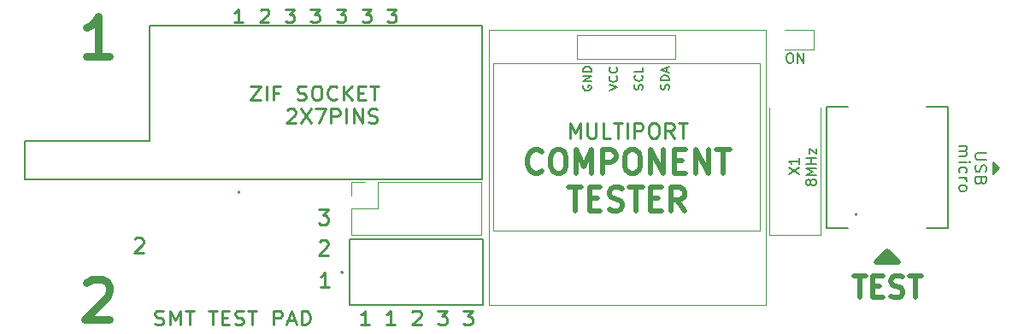
<source format=gbr>
%TF.GenerationSoftware,KiCad,Pcbnew,7.0.2*%
%TF.CreationDate,2024-05-08T22:38:03+07:00*%
%TF.ProjectId,multiport component tester,6d756c74-6970-46f7-9274-20636f6d706f,rev?*%
%TF.SameCoordinates,Original*%
%TF.FileFunction,Legend,Top*%
%TF.FilePolarity,Positive*%
%FSLAX46Y46*%
G04 Gerber Fmt 4.6, Leading zero omitted, Abs format (unit mm)*
G04 Created by KiCad (PCBNEW 7.0.2) date 2024-05-08 22:38:03*
%MOMM*%
%LPD*%
G01*
G04 APERTURE LIST*
%ADD10C,0.500000*%
%ADD11C,0.200000*%
%ADD12C,0.150000*%
%ADD13C,0.250000*%
%ADD14C,0.800000*%
%ADD15C,0.170000*%
%ADD16C,0.120000*%
%ADD17C,0.127000*%
G04 APERTURE END LIST*
D10*
X147930000Y-102840000D02*
X149040000Y-101730000D01*
D11*
X159500000Y-94100000D02*
X159500000Y-92900000D01*
X160100000Y-93500000D02*
X159500000Y-94100000D01*
X159900000Y-93300000D02*
X159900000Y-93700000D01*
D12*
X148220000Y-102580000D02*
X149830000Y-102580000D01*
X148940000Y-101840000D02*
X149100000Y-101840000D01*
D11*
X159700000Y-93100000D02*
X159700000Y-93900000D01*
D12*
X148610000Y-102190000D02*
X149450000Y-102190000D01*
D11*
X159500000Y-92900000D02*
X160100000Y-93500000D01*
X159700000Y-93900000D02*
X159700000Y-93200000D01*
D10*
X147930000Y-102840000D02*
X150150000Y-102840000D01*
D12*
X148470000Y-102310000D02*
X149595000Y-102310000D01*
X148070000Y-102720000D02*
X149950000Y-102720000D01*
X148740000Y-102050000D02*
X149330000Y-102050000D01*
X148340000Y-102440000D02*
X149710000Y-102440000D01*
X149950000Y-102720000D02*
X148230000Y-102720000D01*
X148850000Y-101930000D02*
X149240000Y-101930000D01*
D10*
X150150000Y-102840000D02*
X149040000Y-101730000D01*
D13*
X99500000Y-77740904D02*
X100366666Y-77740904D01*
X100366666Y-77740904D02*
X99900000Y-78236142D01*
X99900000Y-78236142D02*
X100100000Y-78236142D01*
X100100000Y-78236142D02*
X100233333Y-78298047D01*
X100233333Y-78298047D02*
X100300000Y-78359952D01*
X100300000Y-78359952D02*
X100366666Y-78483761D01*
X100366666Y-78483761D02*
X100366666Y-78793285D01*
X100366666Y-78793285D02*
X100300000Y-78917095D01*
X100300000Y-78917095D02*
X100233333Y-78979000D01*
X100233333Y-78979000D02*
X100100000Y-79040904D01*
X100100000Y-79040904D02*
X99700000Y-79040904D01*
X99700000Y-79040904D02*
X99566666Y-78979000D01*
X99566666Y-78979000D02*
X99500000Y-78917095D01*
D14*
X72007619Y-82430476D02*
X69721904Y-82430476D01*
X70864761Y-82430476D02*
X70864761Y-78430476D01*
X70864761Y-78430476D02*
X70483809Y-79001904D01*
X70483809Y-79001904D02*
X70102857Y-79382857D01*
X70102857Y-79382857D02*
X69721904Y-79573333D01*
D15*
X158834619Y-91985714D02*
X157944142Y-91985714D01*
X157944142Y-91985714D02*
X157839380Y-92042857D01*
X157839380Y-92042857D02*
X157787000Y-92100000D01*
X157787000Y-92100000D02*
X157734619Y-92214285D01*
X157734619Y-92214285D02*
X157734619Y-92442857D01*
X157734619Y-92442857D02*
X157787000Y-92557142D01*
X157787000Y-92557142D02*
X157839380Y-92614285D01*
X157839380Y-92614285D02*
X157944142Y-92671428D01*
X157944142Y-92671428D02*
X158834619Y-92671428D01*
X157787000Y-93185714D02*
X157734619Y-93357143D01*
X157734619Y-93357143D02*
X157734619Y-93642857D01*
X157734619Y-93642857D02*
X157787000Y-93757143D01*
X157787000Y-93757143D02*
X157839380Y-93814285D01*
X157839380Y-93814285D02*
X157944142Y-93871428D01*
X157944142Y-93871428D02*
X158048904Y-93871428D01*
X158048904Y-93871428D02*
X158153666Y-93814285D01*
X158153666Y-93814285D02*
X158206047Y-93757143D01*
X158206047Y-93757143D02*
X158258428Y-93642857D01*
X158258428Y-93642857D02*
X158310809Y-93414285D01*
X158310809Y-93414285D02*
X158363190Y-93300000D01*
X158363190Y-93300000D02*
X158415571Y-93242857D01*
X158415571Y-93242857D02*
X158520333Y-93185714D01*
X158520333Y-93185714D02*
X158625095Y-93185714D01*
X158625095Y-93185714D02*
X158729857Y-93242857D01*
X158729857Y-93242857D02*
X158782238Y-93300000D01*
X158782238Y-93300000D02*
X158834619Y-93414285D01*
X158834619Y-93414285D02*
X158834619Y-93700000D01*
X158834619Y-93700000D02*
X158782238Y-93871428D01*
X158310809Y-94785714D02*
X158258428Y-94957142D01*
X158258428Y-94957142D02*
X158206047Y-95014285D01*
X158206047Y-95014285D02*
X158101285Y-95071428D01*
X158101285Y-95071428D02*
X157944142Y-95071428D01*
X157944142Y-95071428D02*
X157839380Y-95014285D01*
X157839380Y-95014285D02*
X157787000Y-94957142D01*
X157787000Y-94957142D02*
X157734619Y-94842857D01*
X157734619Y-94842857D02*
X157734619Y-94385714D01*
X157734619Y-94385714D02*
X158834619Y-94385714D01*
X158834619Y-94385714D02*
X158834619Y-94785714D01*
X158834619Y-94785714D02*
X158782238Y-94900000D01*
X158782238Y-94900000D02*
X158729857Y-94957142D01*
X158729857Y-94957142D02*
X158625095Y-95014285D01*
X158625095Y-95014285D02*
X158520333Y-95014285D01*
X158520333Y-95014285D02*
X158415571Y-94957142D01*
X158415571Y-94957142D02*
X158363190Y-94900000D01*
X158363190Y-94900000D02*
X158310809Y-94785714D01*
X158310809Y-94785714D02*
X158310809Y-94385714D01*
D13*
X86966666Y-77864714D02*
X87033333Y-77802809D01*
X87033333Y-77802809D02*
X87166666Y-77740904D01*
X87166666Y-77740904D02*
X87500000Y-77740904D01*
X87500000Y-77740904D02*
X87633333Y-77802809D01*
X87633333Y-77802809D02*
X87700000Y-77864714D01*
X87700000Y-77864714D02*
X87766666Y-77988523D01*
X87766666Y-77988523D02*
X87766666Y-78112333D01*
X87766666Y-78112333D02*
X87700000Y-78298047D01*
X87700000Y-78298047D02*
X86900000Y-79040904D01*
X86900000Y-79040904D02*
X87766666Y-79040904D01*
X89400000Y-77740904D02*
X90266666Y-77740904D01*
X90266666Y-77740904D02*
X89800000Y-78236142D01*
X89800000Y-78236142D02*
X90000000Y-78236142D01*
X90000000Y-78236142D02*
X90133333Y-78298047D01*
X90133333Y-78298047D02*
X90200000Y-78359952D01*
X90200000Y-78359952D02*
X90266666Y-78483761D01*
X90266666Y-78483761D02*
X90266666Y-78793285D01*
X90266666Y-78793285D02*
X90200000Y-78917095D01*
X90200000Y-78917095D02*
X90133333Y-78979000D01*
X90133333Y-78979000D02*
X90000000Y-79040904D01*
X90000000Y-79040904D02*
X89600000Y-79040904D01*
X89600000Y-79040904D02*
X89466666Y-78979000D01*
X89466666Y-78979000D02*
X89400000Y-78917095D01*
X107014285Y-107628666D02*
X107942857Y-107628666D01*
X107942857Y-107628666D02*
X107442857Y-108162000D01*
X107442857Y-108162000D02*
X107657142Y-108162000D01*
X107657142Y-108162000D02*
X107800000Y-108228666D01*
X107800000Y-108228666D02*
X107871428Y-108295333D01*
X107871428Y-108295333D02*
X107942857Y-108428666D01*
X107942857Y-108428666D02*
X107942857Y-108762000D01*
X107942857Y-108762000D02*
X107871428Y-108895333D01*
X107871428Y-108895333D02*
X107800000Y-108962000D01*
X107800000Y-108962000D02*
X107657142Y-109028666D01*
X107657142Y-109028666D02*
X107228571Y-109028666D01*
X107228571Y-109028666D02*
X107085714Y-108962000D01*
X107085714Y-108962000D02*
X107014285Y-108895333D01*
X74485714Y-100559285D02*
X74557142Y-100487857D01*
X74557142Y-100487857D02*
X74700000Y-100416428D01*
X74700000Y-100416428D02*
X75057142Y-100416428D01*
X75057142Y-100416428D02*
X75200000Y-100487857D01*
X75200000Y-100487857D02*
X75271428Y-100559285D01*
X75271428Y-100559285D02*
X75342857Y-100702142D01*
X75342857Y-100702142D02*
X75342857Y-100845000D01*
X75342857Y-100845000D02*
X75271428Y-101059285D01*
X75271428Y-101059285D02*
X74414285Y-101916428D01*
X74414285Y-101916428D02*
X75342857Y-101916428D01*
X85942857Y-85360666D02*
X86942857Y-85360666D01*
X86942857Y-85360666D02*
X85942857Y-86760666D01*
X85942857Y-86760666D02*
X86942857Y-86760666D01*
X87514285Y-86760666D02*
X87514285Y-85360666D01*
X88728571Y-86027333D02*
X88228571Y-86027333D01*
X88228571Y-86760666D02*
X88228571Y-85360666D01*
X88228571Y-85360666D02*
X88942857Y-85360666D01*
X90585714Y-86694000D02*
X90800000Y-86760666D01*
X90800000Y-86760666D02*
X91157142Y-86760666D01*
X91157142Y-86760666D02*
X91300000Y-86694000D01*
X91300000Y-86694000D02*
X91371428Y-86627333D01*
X91371428Y-86627333D02*
X91442857Y-86494000D01*
X91442857Y-86494000D02*
X91442857Y-86360666D01*
X91442857Y-86360666D02*
X91371428Y-86227333D01*
X91371428Y-86227333D02*
X91300000Y-86160666D01*
X91300000Y-86160666D02*
X91157142Y-86094000D01*
X91157142Y-86094000D02*
X90871428Y-86027333D01*
X90871428Y-86027333D02*
X90728571Y-85960666D01*
X90728571Y-85960666D02*
X90657142Y-85894000D01*
X90657142Y-85894000D02*
X90585714Y-85760666D01*
X90585714Y-85760666D02*
X90585714Y-85627333D01*
X90585714Y-85627333D02*
X90657142Y-85494000D01*
X90657142Y-85494000D02*
X90728571Y-85427333D01*
X90728571Y-85427333D02*
X90871428Y-85360666D01*
X90871428Y-85360666D02*
X91228571Y-85360666D01*
X91228571Y-85360666D02*
X91442857Y-85427333D01*
X92371428Y-85360666D02*
X92657142Y-85360666D01*
X92657142Y-85360666D02*
X92799999Y-85427333D01*
X92799999Y-85427333D02*
X92942856Y-85560666D01*
X92942856Y-85560666D02*
X93014285Y-85827333D01*
X93014285Y-85827333D02*
X93014285Y-86294000D01*
X93014285Y-86294000D02*
X92942856Y-86560666D01*
X92942856Y-86560666D02*
X92799999Y-86694000D01*
X92799999Y-86694000D02*
X92657142Y-86760666D01*
X92657142Y-86760666D02*
X92371428Y-86760666D01*
X92371428Y-86760666D02*
X92228571Y-86694000D01*
X92228571Y-86694000D02*
X92085713Y-86560666D01*
X92085713Y-86560666D02*
X92014285Y-86294000D01*
X92014285Y-86294000D02*
X92014285Y-85827333D01*
X92014285Y-85827333D02*
X92085713Y-85560666D01*
X92085713Y-85560666D02*
X92228571Y-85427333D01*
X92228571Y-85427333D02*
X92371428Y-85360666D01*
X94514285Y-86627333D02*
X94442857Y-86694000D01*
X94442857Y-86694000D02*
X94228571Y-86760666D01*
X94228571Y-86760666D02*
X94085714Y-86760666D01*
X94085714Y-86760666D02*
X93871428Y-86694000D01*
X93871428Y-86694000D02*
X93728571Y-86560666D01*
X93728571Y-86560666D02*
X93657142Y-86427333D01*
X93657142Y-86427333D02*
X93585714Y-86160666D01*
X93585714Y-86160666D02*
X93585714Y-85960666D01*
X93585714Y-85960666D02*
X93657142Y-85694000D01*
X93657142Y-85694000D02*
X93728571Y-85560666D01*
X93728571Y-85560666D02*
X93871428Y-85427333D01*
X93871428Y-85427333D02*
X94085714Y-85360666D01*
X94085714Y-85360666D02*
X94228571Y-85360666D01*
X94228571Y-85360666D02*
X94442857Y-85427333D01*
X94442857Y-85427333D02*
X94514285Y-85494000D01*
X95157142Y-86760666D02*
X95157142Y-85360666D01*
X96014285Y-86760666D02*
X95371428Y-85960666D01*
X96014285Y-85360666D02*
X95157142Y-86160666D01*
X96657142Y-86027333D02*
X97157142Y-86027333D01*
X97371428Y-86760666D02*
X96657142Y-86760666D01*
X96657142Y-86760666D02*
X96657142Y-85360666D01*
X96657142Y-85360666D02*
X97371428Y-85360666D01*
X97800000Y-85360666D02*
X98657143Y-85360666D01*
X98228571Y-86760666D02*
X98228571Y-85360666D01*
X89585715Y-87762000D02*
X89657143Y-87695333D01*
X89657143Y-87695333D02*
X89800001Y-87628666D01*
X89800001Y-87628666D02*
X90157143Y-87628666D01*
X90157143Y-87628666D02*
X90300001Y-87695333D01*
X90300001Y-87695333D02*
X90371429Y-87762000D01*
X90371429Y-87762000D02*
X90442858Y-87895333D01*
X90442858Y-87895333D02*
X90442858Y-88028666D01*
X90442858Y-88028666D02*
X90371429Y-88228666D01*
X90371429Y-88228666D02*
X89514286Y-89028666D01*
X89514286Y-89028666D02*
X90442858Y-89028666D01*
X90942857Y-87628666D02*
X91942857Y-89028666D01*
X91942857Y-87628666D02*
X90942857Y-89028666D01*
X92371428Y-87628666D02*
X93371428Y-87628666D01*
X93371428Y-87628666D02*
X92728571Y-89028666D01*
X93942856Y-89028666D02*
X93942856Y-87628666D01*
X93942856Y-87628666D02*
X94514285Y-87628666D01*
X94514285Y-87628666D02*
X94657142Y-87695333D01*
X94657142Y-87695333D02*
X94728571Y-87762000D01*
X94728571Y-87762000D02*
X94799999Y-87895333D01*
X94799999Y-87895333D02*
X94799999Y-88095333D01*
X94799999Y-88095333D02*
X94728571Y-88228666D01*
X94728571Y-88228666D02*
X94657142Y-88295333D01*
X94657142Y-88295333D02*
X94514285Y-88362000D01*
X94514285Y-88362000D02*
X93942856Y-88362000D01*
X95442856Y-89028666D02*
X95442856Y-87628666D01*
X96157142Y-89028666D02*
X96157142Y-87628666D01*
X96157142Y-87628666D02*
X97014285Y-89028666D01*
X97014285Y-89028666D02*
X97014285Y-87628666D01*
X97657143Y-88962000D02*
X97871429Y-89028666D01*
X97871429Y-89028666D02*
X98228571Y-89028666D01*
X98228571Y-89028666D02*
X98371429Y-88962000D01*
X98371429Y-88962000D02*
X98442857Y-88895333D01*
X98442857Y-88895333D02*
X98514286Y-88762000D01*
X98514286Y-88762000D02*
X98514286Y-88628666D01*
X98514286Y-88628666D02*
X98442857Y-88495333D01*
X98442857Y-88495333D02*
X98371429Y-88428666D01*
X98371429Y-88428666D02*
X98228571Y-88362000D01*
X98228571Y-88362000D02*
X97942857Y-88295333D01*
X97942857Y-88295333D02*
X97800000Y-88228666D01*
X97800000Y-88228666D02*
X97728571Y-88162000D01*
X97728571Y-88162000D02*
X97657143Y-88028666D01*
X97657143Y-88028666D02*
X97657143Y-87895333D01*
X97657143Y-87895333D02*
X97728571Y-87762000D01*
X97728571Y-87762000D02*
X97800000Y-87695333D01*
X97800000Y-87695333D02*
X97942857Y-87628666D01*
X97942857Y-87628666D02*
X98300000Y-87628666D01*
X98300000Y-87628666D02*
X98514286Y-87695333D01*
D14*
X69721904Y-104891428D02*
X69912380Y-104700952D01*
X69912380Y-104700952D02*
X70293333Y-104510476D01*
X70293333Y-104510476D02*
X71245714Y-104510476D01*
X71245714Y-104510476D02*
X71626666Y-104700952D01*
X71626666Y-104700952D02*
X71817142Y-104891428D01*
X71817142Y-104891428D02*
X72007619Y-105272380D01*
X72007619Y-105272380D02*
X72007619Y-105653333D01*
X72007619Y-105653333D02*
X71817142Y-106224761D01*
X71817142Y-106224761D02*
X69531428Y-108510476D01*
X69531428Y-108510476D02*
X72007619Y-108510476D01*
D13*
X93742857Y-105316428D02*
X92885714Y-105316428D01*
X93314285Y-105316428D02*
X93314285Y-103816428D01*
X93314285Y-103816428D02*
X93171428Y-104030714D01*
X93171428Y-104030714D02*
X93028571Y-104173571D01*
X93028571Y-104173571D02*
X92885714Y-104245000D01*
X97742857Y-109028666D02*
X96885714Y-109028666D01*
X97314285Y-109028666D02*
X97314285Y-107628666D01*
X97314285Y-107628666D02*
X97171428Y-107828666D01*
X97171428Y-107828666D02*
X97028571Y-107962000D01*
X97028571Y-107962000D02*
X96885714Y-108028666D01*
X101985714Y-107762000D02*
X102057142Y-107695333D01*
X102057142Y-107695333D02*
X102200000Y-107628666D01*
X102200000Y-107628666D02*
X102557142Y-107628666D01*
X102557142Y-107628666D02*
X102700000Y-107695333D01*
X102700000Y-107695333D02*
X102771428Y-107762000D01*
X102771428Y-107762000D02*
X102842857Y-107895333D01*
X102842857Y-107895333D02*
X102842857Y-108028666D01*
X102842857Y-108028666D02*
X102771428Y-108228666D01*
X102771428Y-108228666D02*
X101914285Y-109028666D01*
X101914285Y-109028666D02*
X102842857Y-109028666D01*
X92785714Y-100759285D02*
X92857142Y-100687857D01*
X92857142Y-100687857D02*
X93000000Y-100616428D01*
X93000000Y-100616428D02*
X93357142Y-100616428D01*
X93357142Y-100616428D02*
X93500000Y-100687857D01*
X93500000Y-100687857D02*
X93571428Y-100759285D01*
X93571428Y-100759285D02*
X93642857Y-100902142D01*
X93642857Y-100902142D02*
X93642857Y-101045000D01*
X93642857Y-101045000D02*
X93571428Y-101259285D01*
X93571428Y-101259285D02*
X92714285Y-102116428D01*
X92714285Y-102116428D02*
X93642857Y-102116428D01*
D12*
X124764000Y-85728571D02*
X124802095Y-85600000D01*
X124802095Y-85600000D02*
X124802095Y-85385714D01*
X124802095Y-85385714D02*
X124764000Y-85300000D01*
X124764000Y-85300000D02*
X124725904Y-85257142D01*
X124725904Y-85257142D02*
X124649714Y-85214285D01*
X124649714Y-85214285D02*
X124573523Y-85214285D01*
X124573523Y-85214285D02*
X124497333Y-85257142D01*
X124497333Y-85257142D02*
X124459238Y-85300000D01*
X124459238Y-85300000D02*
X124421142Y-85385714D01*
X124421142Y-85385714D02*
X124383047Y-85557142D01*
X124383047Y-85557142D02*
X124344952Y-85642857D01*
X124344952Y-85642857D02*
X124306857Y-85685714D01*
X124306857Y-85685714D02*
X124230666Y-85728571D01*
X124230666Y-85728571D02*
X124154476Y-85728571D01*
X124154476Y-85728571D02*
X124078285Y-85685714D01*
X124078285Y-85685714D02*
X124040190Y-85642857D01*
X124040190Y-85642857D02*
X124002095Y-85557142D01*
X124002095Y-85557142D02*
X124002095Y-85342857D01*
X124002095Y-85342857D02*
X124040190Y-85214285D01*
X124725904Y-84314285D02*
X124764000Y-84357142D01*
X124764000Y-84357142D02*
X124802095Y-84485714D01*
X124802095Y-84485714D02*
X124802095Y-84571428D01*
X124802095Y-84571428D02*
X124764000Y-84699999D01*
X124764000Y-84699999D02*
X124687809Y-84785714D01*
X124687809Y-84785714D02*
X124611619Y-84828571D01*
X124611619Y-84828571D02*
X124459238Y-84871428D01*
X124459238Y-84871428D02*
X124344952Y-84871428D01*
X124344952Y-84871428D02*
X124192571Y-84828571D01*
X124192571Y-84828571D02*
X124116380Y-84785714D01*
X124116380Y-84785714D02*
X124040190Y-84699999D01*
X124040190Y-84699999D02*
X124002095Y-84571428D01*
X124002095Y-84571428D02*
X124002095Y-84485714D01*
X124002095Y-84485714D02*
X124040190Y-84357142D01*
X124040190Y-84357142D02*
X124078285Y-84314285D01*
X124802095Y-83499999D02*
X124802095Y-83928571D01*
X124802095Y-83928571D02*
X124002095Y-83928571D01*
D13*
X76485714Y-108962000D02*
X76700000Y-109028666D01*
X76700000Y-109028666D02*
X77057142Y-109028666D01*
X77057142Y-109028666D02*
X77200000Y-108962000D01*
X77200000Y-108962000D02*
X77271428Y-108895333D01*
X77271428Y-108895333D02*
X77342857Y-108762000D01*
X77342857Y-108762000D02*
X77342857Y-108628666D01*
X77342857Y-108628666D02*
X77271428Y-108495333D01*
X77271428Y-108495333D02*
X77200000Y-108428666D01*
X77200000Y-108428666D02*
X77057142Y-108362000D01*
X77057142Y-108362000D02*
X76771428Y-108295333D01*
X76771428Y-108295333D02*
X76628571Y-108228666D01*
X76628571Y-108228666D02*
X76557142Y-108162000D01*
X76557142Y-108162000D02*
X76485714Y-108028666D01*
X76485714Y-108028666D02*
X76485714Y-107895333D01*
X76485714Y-107895333D02*
X76557142Y-107762000D01*
X76557142Y-107762000D02*
X76628571Y-107695333D01*
X76628571Y-107695333D02*
X76771428Y-107628666D01*
X76771428Y-107628666D02*
X77128571Y-107628666D01*
X77128571Y-107628666D02*
X77342857Y-107695333D01*
X77985713Y-109028666D02*
X77985713Y-107628666D01*
X77985713Y-107628666D02*
X78485713Y-108628666D01*
X78485713Y-108628666D02*
X78985713Y-107628666D01*
X78985713Y-107628666D02*
X78985713Y-109028666D01*
X79485714Y-107628666D02*
X80342857Y-107628666D01*
X79914285Y-109028666D02*
X79914285Y-107628666D01*
X81771428Y-107628666D02*
X82628571Y-107628666D01*
X82199999Y-109028666D02*
X82199999Y-107628666D01*
X83128570Y-108295333D02*
X83628570Y-108295333D01*
X83842856Y-109028666D02*
X83128570Y-109028666D01*
X83128570Y-109028666D02*
X83128570Y-107628666D01*
X83128570Y-107628666D02*
X83842856Y-107628666D01*
X84414285Y-108962000D02*
X84628571Y-109028666D01*
X84628571Y-109028666D02*
X84985713Y-109028666D01*
X84985713Y-109028666D02*
X85128571Y-108962000D01*
X85128571Y-108962000D02*
X85199999Y-108895333D01*
X85199999Y-108895333D02*
X85271428Y-108762000D01*
X85271428Y-108762000D02*
X85271428Y-108628666D01*
X85271428Y-108628666D02*
X85199999Y-108495333D01*
X85199999Y-108495333D02*
X85128571Y-108428666D01*
X85128571Y-108428666D02*
X84985713Y-108362000D01*
X84985713Y-108362000D02*
X84699999Y-108295333D01*
X84699999Y-108295333D02*
X84557142Y-108228666D01*
X84557142Y-108228666D02*
X84485713Y-108162000D01*
X84485713Y-108162000D02*
X84414285Y-108028666D01*
X84414285Y-108028666D02*
X84414285Y-107895333D01*
X84414285Y-107895333D02*
X84485713Y-107762000D01*
X84485713Y-107762000D02*
X84557142Y-107695333D01*
X84557142Y-107695333D02*
X84699999Y-107628666D01*
X84699999Y-107628666D02*
X85057142Y-107628666D01*
X85057142Y-107628666D02*
X85271428Y-107695333D01*
X85699999Y-107628666D02*
X86557142Y-107628666D01*
X86128570Y-109028666D02*
X86128570Y-107628666D01*
X88199998Y-109028666D02*
X88199998Y-107628666D01*
X88199998Y-107628666D02*
X88771427Y-107628666D01*
X88771427Y-107628666D02*
X88914284Y-107695333D01*
X88914284Y-107695333D02*
X88985713Y-107762000D01*
X88985713Y-107762000D02*
X89057141Y-107895333D01*
X89057141Y-107895333D02*
X89057141Y-108095333D01*
X89057141Y-108095333D02*
X88985713Y-108228666D01*
X88985713Y-108228666D02*
X88914284Y-108295333D01*
X88914284Y-108295333D02*
X88771427Y-108362000D01*
X88771427Y-108362000D02*
X88199998Y-108362000D01*
X89628570Y-108628666D02*
X90342856Y-108628666D01*
X89485713Y-109028666D02*
X89985713Y-107628666D01*
X89985713Y-107628666D02*
X90485713Y-109028666D01*
X90985712Y-109028666D02*
X90985712Y-107628666D01*
X90985712Y-107628666D02*
X91342855Y-107628666D01*
X91342855Y-107628666D02*
X91557141Y-107695333D01*
X91557141Y-107695333D02*
X91699998Y-107828666D01*
X91699998Y-107828666D02*
X91771427Y-107962000D01*
X91771427Y-107962000D02*
X91842855Y-108228666D01*
X91842855Y-108228666D02*
X91842855Y-108428666D01*
X91842855Y-108428666D02*
X91771427Y-108695333D01*
X91771427Y-108695333D02*
X91699998Y-108828666D01*
X91699998Y-108828666D02*
X91557141Y-108962000D01*
X91557141Y-108962000D02*
X91342855Y-109028666D01*
X91342855Y-109028666D02*
X90985712Y-109028666D01*
D15*
X156134619Y-91285714D02*
X156867952Y-91285714D01*
X156763190Y-91285714D02*
X156815571Y-91342857D01*
X156815571Y-91342857D02*
X156867952Y-91457142D01*
X156867952Y-91457142D02*
X156867952Y-91628571D01*
X156867952Y-91628571D02*
X156815571Y-91742857D01*
X156815571Y-91742857D02*
X156710809Y-91800000D01*
X156710809Y-91800000D02*
X156134619Y-91800000D01*
X156710809Y-91800000D02*
X156815571Y-91857142D01*
X156815571Y-91857142D02*
X156867952Y-91971428D01*
X156867952Y-91971428D02*
X156867952Y-92142857D01*
X156867952Y-92142857D02*
X156815571Y-92257142D01*
X156815571Y-92257142D02*
X156710809Y-92314285D01*
X156710809Y-92314285D02*
X156134619Y-92314285D01*
X156134619Y-92885714D02*
X156867952Y-92885714D01*
X157234619Y-92885714D02*
X157182238Y-92828571D01*
X157182238Y-92828571D02*
X157129857Y-92885714D01*
X157129857Y-92885714D02*
X157182238Y-92942857D01*
X157182238Y-92942857D02*
X157234619Y-92885714D01*
X157234619Y-92885714D02*
X157129857Y-92885714D01*
X156187000Y-93971429D02*
X156134619Y-93857143D01*
X156134619Y-93857143D02*
X156134619Y-93628571D01*
X156134619Y-93628571D02*
X156187000Y-93514286D01*
X156187000Y-93514286D02*
X156239380Y-93457143D01*
X156239380Y-93457143D02*
X156344142Y-93400000D01*
X156344142Y-93400000D02*
X156658428Y-93400000D01*
X156658428Y-93400000D02*
X156763190Y-93457143D01*
X156763190Y-93457143D02*
X156815571Y-93514286D01*
X156815571Y-93514286D02*
X156867952Y-93628571D01*
X156867952Y-93628571D02*
X156867952Y-93857143D01*
X156867952Y-93857143D02*
X156815571Y-93971429D01*
X156134619Y-94485714D02*
X156867952Y-94485714D01*
X156658428Y-94485714D02*
X156763190Y-94542857D01*
X156763190Y-94542857D02*
X156815571Y-94600000D01*
X156815571Y-94600000D02*
X156867952Y-94714285D01*
X156867952Y-94714285D02*
X156867952Y-94828571D01*
X156134619Y-95399999D02*
X156187000Y-95285714D01*
X156187000Y-95285714D02*
X156239380Y-95228571D01*
X156239380Y-95228571D02*
X156344142Y-95171428D01*
X156344142Y-95171428D02*
X156658428Y-95171428D01*
X156658428Y-95171428D02*
X156763190Y-95228571D01*
X156763190Y-95228571D02*
X156815571Y-95285714D01*
X156815571Y-95285714D02*
X156867952Y-95399999D01*
X156867952Y-95399999D02*
X156867952Y-95571428D01*
X156867952Y-95571428D02*
X156815571Y-95685714D01*
X156815571Y-95685714D02*
X156763190Y-95742857D01*
X156763190Y-95742857D02*
X156658428Y-95799999D01*
X156658428Y-95799999D02*
X156344142Y-95799999D01*
X156344142Y-95799999D02*
X156239380Y-95742857D01*
X156239380Y-95742857D02*
X156187000Y-95685714D01*
X156187000Y-95685714D02*
X156134619Y-95571428D01*
X156134619Y-95571428D02*
X156134619Y-95399999D01*
D12*
X118940190Y-85314285D02*
X118902095Y-85400000D01*
X118902095Y-85400000D02*
X118902095Y-85528571D01*
X118902095Y-85528571D02*
X118940190Y-85657142D01*
X118940190Y-85657142D02*
X119016380Y-85742857D01*
X119016380Y-85742857D02*
X119092571Y-85785714D01*
X119092571Y-85785714D02*
X119244952Y-85828571D01*
X119244952Y-85828571D02*
X119359238Y-85828571D01*
X119359238Y-85828571D02*
X119511619Y-85785714D01*
X119511619Y-85785714D02*
X119587809Y-85742857D01*
X119587809Y-85742857D02*
X119664000Y-85657142D01*
X119664000Y-85657142D02*
X119702095Y-85528571D01*
X119702095Y-85528571D02*
X119702095Y-85442857D01*
X119702095Y-85442857D02*
X119664000Y-85314285D01*
X119664000Y-85314285D02*
X119625904Y-85271428D01*
X119625904Y-85271428D02*
X119359238Y-85271428D01*
X119359238Y-85271428D02*
X119359238Y-85442857D01*
X119702095Y-84885714D02*
X118902095Y-84885714D01*
X118902095Y-84885714D02*
X119702095Y-84371428D01*
X119702095Y-84371428D02*
X118902095Y-84371428D01*
X119702095Y-83942857D02*
X118902095Y-83942857D01*
X118902095Y-83942857D02*
X118902095Y-83728571D01*
X118902095Y-83728571D02*
X118940190Y-83600000D01*
X118940190Y-83600000D02*
X119016380Y-83514285D01*
X119016380Y-83514285D02*
X119092571Y-83471428D01*
X119092571Y-83471428D02*
X119244952Y-83428571D01*
X119244952Y-83428571D02*
X119359238Y-83428571D01*
X119359238Y-83428571D02*
X119511619Y-83471428D01*
X119511619Y-83471428D02*
X119587809Y-83514285D01*
X119587809Y-83514285D02*
X119664000Y-83600000D01*
X119664000Y-83600000D02*
X119702095Y-83728571D01*
X119702095Y-83728571D02*
X119702095Y-83942857D01*
D13*
X85166666Y-79040904D02*
X84366666Y-79040904D01*
X84766666Y-79040904D02*
X84766666Y-77740904D01*
X84766666Y-77740904D02*
X84633333Y-77926619D01*
X84633333Y-77926619D02*
X84500000Y-78050428D01*
X84500000Y-78050428D02*
X84366666Y-78112333D01*
X97000000Y-77740904D02*
X97866666Y-77740904D01*
X97866666Y-77740904D02*
X97400000Y-78236142D01*
X97400000Y-78236142D02*
X97600000Y-78236142D01*
X97600000Y-78236142D02*
X97733333Y-78298047D01*
X97733333Y-78298047D02*
X97800000Y-78359952D01*
X97800000Y-78359952D02*
X97866666Y-78483761D01*
X97866666Y-78483761D02*
X97866666Y-78793285D01*
X97866666Y-78793285D02*
X97800000Y-78917095D01*
X97800000Y-78917095D02*
X97733333Y-78979000D01*
X97733333Y-78979000D02*
X97600000Y-79040904D01*
X97600000Y-79040904D02*
X97200000Y-79040904D01*
X97200000Y-79040904D02*
X97066666Y-78979000D01*
X97066666Y-78979000D02*
X97000000Y-78917095D01*
D12*
X141406190Y-95019047D02*
X141358571Y-95114285D01*
X141358571Y-95114285D02*
X141310952Y-95161904D01*
X141310952Y-95161904D02*
X141215714Y-95209523D01*
X141215714Y-95209523D02*
X141168095Y-95209523D01*
X141168095Y-95209523D02*
X141072857Y-95161904D01*
X141072857Y-95161904D02*
X141025238Y-95114285D01*
X141025238Y-95114285D02*
X140977619Y-95019047D01*
X140977619Y-95019047D02*
X140977619Y-94828571D01*
X140977619Y-94828571D02*
X141025238Y-94733333D01*
X141025238Y-94733333D02*
X141072857Y-94685714D01*
X141072857Y-94685714D02*
X141168095Y-94638095D01*
X141168095Y-94638095D02*
X141215714Y-94638095D01*
X141215714Y-94638095D02*
X141310952Y-94685714D01*
X141310952Y-94685714D02*
X141358571Y-94733333D01*
X141358571Y-94733333D02*
X141406190Y-94828571D01*
X141406190Y-94828571D02*
X141406190Y-95019047D01*
X141406190Y-95019047D02*
X141453809Y-95114285D01*
X141453809Y-95114285D02*
X141501428Y-95161904D01*
X141501428Y-95161904D02*
X141596666Y-95209523D01*
X141596666Y-95209523D02*
X141787142Y-95209523D01*
X141787142Y-95209523D02*
X141882380Y-95161904D01*
X141882380Y-95161904D02*
X141930000Y-95114285D01*
X141930000Y-95114285D02*
X141977619Y-95019047D01*
X141977619Y-95019047D02*
X141977619Y-94828571D01*
X141977619Y-94828571D02*
X141930000Y-94733333D01*
X141930000Y-94733333D02*
X141882380Y-94685714D01*
X141882380Y-94685714D02*
X141787142Y-94638095D01*
X141787142Y-94638095D02*
X141596666Y-94638095D01*
X141596666Y-94638095D02*
X141501428Y-94685714D01*
X141501428Y-94685714D02*
X141453809Y-94733333D01*
X141453809Y-94733333D02*
X141406190Y-94828571D01*
X141977619Y-94209523D02*
X140977619Y-94209523D01*
X140977619Y-94209523D02*
X141691904Y-93876190D01*
X141691904Y-93876190D02*
X140977619Y-93542857D01*
X140977619Y-93542857D02*
X141977619Y-93542857D01*
X141977619Y-93066666D02*
X140977619Y-93066666D01*
X141453809Y-93066666D02*
X141453809Y-92495238D01*
X141977619Y-92495238D02*
X140977619Y-92495238D01*
X141310952Y-92114285D02*
X141310952Y-91590476D01*
X141310952Y-91590476D02*
X141977619Y-92114285D01*
X141977619Y-92114285D02*
X141977619Y-91590476D01*
D13*
X104514285Y-107628666D02*
X105442857Y-107628666D01*
X105442857Y-107628666D02*
X104942857Y-108162000D01*
X104942857Y-108162000D02*
X105157142Y-108162000D01*
X105157142Y-108162000D02*
X105300000Y-108228666D01*
X105300000Y-108228666D02*
X105371428Y-108295333D01*
X105371428Y-108295333D02*
X105442857Y-108428666D01*
X105442857Y-108428666D02*
X105442857Y-108762000D01*
X105442857Y-108762000D02*
X105371428Y-108895333D01*
X105371428Y-108895333D02*
X105300000Y-108962000D01*
X105300000Y-108962000D02*
X105157142Y-109028666D01*
X105157142Y-109028666D02*
X104728571Y-109028666D01*
X104728571Y-109028666D02*
X104585714Y-108962000D01*
X104585714Y-108962000D02*
X104514285Y-108895333D01*
D10*
X114811904Y-93773476D02*
X114702380Y-93883000D01*
X114702380Y-93883000D02*
X114373809Y-93992523D01*
X114373809Y-93992523D02*
X114154761Y-93992523D01*
X114154761Y-93992523D02*
X113826190Y-93883000D01*
X113826190Y-93883000D02*
X113607142Y-93663952D01*
X113607142Y-93663952D02*
X113497619Y-93444904D01*
X113497619Y-93444904D02*
X113388095Y-93006809D01*
X113388095Y-93006809D02*
X113388095Y-92678238D01*
X113388095Y-92678238D02*
X113497619Y-92240142D01*
X113497619Y-92240142D02*
X113607142Y-92021095D01*
X113607142Y-92021095D02*
X113826190Y-91802047D01*
X113826190Y-91802047D02*
X114154761Y-91692523D01*
X114154761Y-91692523D02*
X114373809Y-91692523D01*
X114373809Y-91692523D02*
X114702380Y-91802047D01*
X114702380Y-91802047D02*
X114811904Y-91911571D01*
X116235714Y-91692523D02*
X116673809Y-91692523D01*
X116673809Y-91692523D02*
X116892857Y-91802047D01*
X116892857Y-91802047D02*
X117111904Y-92021095D01*
X117111904Y-92021095D02*
X117221428Y-92459190D01*
X117221428Y-92459190D02*
X117221428Y-93225857D01*
X117221428Y-93225857D02*
X117111904Y-93663952D01*
X117111904Y-93663952D02*
X116892857Y-93883000D01*
X116892857Y-93883000D02*
X116673809Y-93992523D01*
X116673809Y-93992523D02*
X116235714Y-93992523D01*
X116235714Y-93992523D02*
X116016666Y-93883000D01*
X116016666Y-93883000D02*
X115797619Y-93663952D01*
X115797619Y-93663952D02*
X115688095Y-93225857D01*
X115688095Y-93225857D02*
X115688095Y-92459190D01*
X115688095Y-92459190D02*
X115797619Y-92021095D01*
X115797619Y-92021095D02*
X116016666Y-91802047D01*
X116016666Y-91802047D02*
X116235714Y-91692523D01*
X118207143Y-93992523D02*
X118207143Y-91692523D01*
X118207143Y-91692523D02*
X118973809Y-93335380D01*
X118973809Y-93335380D02*
X119740476Y-91692523D01*
X119740476Y-91692523D02*
X119740476Y-93992523D01*
X120835714Y-93992523D02*
X120835714Y-91692523D01*
X120835714Y-91692523D02*
X121711904Y-91692523D01*
X121711904Y-91692523D02*
X121930952Y-91802047D01*
X121930952Y-91802047D02*
X122040475Y-91911571D01*
X122040475Y-91911571D02*
X122149999Y-92130619D01*
X122149999Y-92130619D02*
X122149999Y-92459190D01*
X122149999Y-92459190D02*
X122040475Y-92678238D01*
X122040475Y-92678238D02*
X121930952Y-92787761D01*
X121930952Y-92787761D02*
X121711904Y-92897285D01*
X121711904Y-92897285D02*
X120835714Y-92897285D01*
X123573809Y-91692523D02*
X124011904Y-91692523D01*
X124011904Y-91692523D02*
X124230952Y-91802047D01*
X124230952Y-91802047D02*
X124449999Y-92021095D01*
X124449999Y-92021095D02*
X124559523Y-92459190D01*
X124559523Y-92459190D02*
X124559523Y-93225857D01*
X124559523Y-93225857D02*
X124449999Y-93663952D01*
X124449999Y-93663952D02*
X124230952Y-93883000D01*
X124230952Y-93883000D02*
X124011904Y-93992523D01*
X124011904Y-93992523D02*
X123573809Y-93992523D01*
X123573809Y-93992523D02*
X123354761Y-93883000D01*
X123354761Y-93883000D02*
X123135714Y-93663952D01*
X123135714Y-93663952D02*
X123026190Y-93225857D01*
X123026190Y-93225857D02*
X123026190Y-92459190D01*
X123026190Y-92459190D02*
X123135714Y-92021095D01*
X123135714Y-92021095D02*
X123354761Y-91802047D01*
X123354761Y-91802047D02*
X123573809Y-91692523D01*
X125545238Y-93992523D02*
X125545238Y-91692523D01*
X125545238Y-91692523D02*
X126859523Y-93992523D01*
X126859523Y-93992523D02*
X126859523Y-91692523D01*
X127954762Y-92787761D02*
X128721428Y-92787761D01*
X129050000Y-93992523D02*
X127954762Y-93992523D01*
X127954762Y-93992523D02*
X127954762Y-91692523D01*
X127954762Y-91692523D02*
X129050000Y-91692523D01*
X130035714Y-93992523D02*
X130035714Y-91692523D01*
X130035714Y-91692523D02*
X131349999Y-93992523D01*
X131349999Y-93992523D02*
X131349999Y-91692523D01*
X132116666Y-91692523D02*
X133430952Y-91692523D01*
X132773809Y-93992523D02*
X132773809Y-91692523D01*
X117440476Y-95418523D02*
X118754762Y-95418523D01*
X118097619Y-97718523D02*
X118097619Y-95418523D01*
X119521429Y-96513761D02*
X120288095Y-96513761D01*
X120616667Y-97718523D02*
X119521429Y-97718523D01*
X119521429Y-97718523D02*
X119521429Y-95418523D01*
X119521429Y-95418523D02*
X120616667Y-95418523D01*
X121492857Y-97609000D02*
X121821428Y-97718523D01*
X121821428Y-97718523D02*
X122369047Y-97718523D01*
X122369047Y-97718523D02*
X122588095Y-97609000D01*
X122588095Y-97609000D02*
X122697619Y-97499476D01*
X122697619Y-97499476D02*
X122807142Y-97280428D01*
X122807142Y-97280428D02*
X122807142Y-97061380D01*
X122807142Y-97061380D02*
X122697619Y-96842333D01*
X122697619Y-96842333D02*
X122588095Y-96732809D01*
X122588095Y-96732809D02*
X122369047Y-96623285D01*
X122369047Y-96623285D02*
X121930952Y-96513761D01*
X121930952Y-96513761D02*
X121711904Y-96404238D01*
X121711904Y-96404238D02*
X121602381Y-96294714D01*
X121602381Y-96294714D02*
X121492857Y-96075666D01*
X121492857Y-96075666D02*
X121492857Y-95856619D01*
X121492857Y-95856619D02*
X121602381Y-95637571D01*
X121602381Y-95637571D02*
X121711904Y-95528047D01*
X121711904Y-95528047D02*
X121930952Y-95418523D01*
X121930952Y-95418523D02*
X122478571Y-95418523D01*
X122478571Y-95418523D02*
X122807142Y-95528047D01*
X123464285Y-95418523D02*
X124778571Y-95418523D01*
X124121428Y-97718523D02*
X124121428Y-95418523D01*
X125545238Y-96513761D02*
X126311904Y-96513761D01*
X126640476Y-97718523D02*
X125545238Y-97718523D01*
X125545238Y-97718523D02*
X125545238Y-95418523D01*
X125545238Y-95418523D02*
X126640476Y-95418523D01*
X128940475Y-97718523D02*
X128173809Y-96623285D01*
X127626190Y-97718523D02*
X127626190Y-95418523D01*
X127626190Y-95418523D02*
X128502380Y-95418523D01*
X128502380Y-95418523D02*
X128721428Y-95528047D01*
X128721428Y-95528047D02*
X128830951Y-95637571D01*
X128830951Y-95637571D02*
X128940475Y-95856619D01*
X128940475Y-95856619D02*
X128940475Y-96185190D01*
X128940475Y-96185190D02*
X128830951Y-96404238D01*
X128830951Y-96404238D02*
X128721428Y-96513761D01*
X128721428Y-96513761D02*
X128502380Y-96623285D01*
X128502380Y-96623285D02*
X127626190Y-96623285D01*
D13*
X91900000Y-77740904D02*
X92766666Y-77740904D01*
X92766666Y-77740904D02*
X92300000Y-78236142D01*
X92300000Y-78236142D02*
X92500000Y-78236142D01*
X92500000Y-78236142D02*
X92633333Y-78298047D01*
X92633333Y-78298047D02*
X92700000Y-78359952D01*
X92700000Y-78359952D02*
X92766666Y-78483761D01*
X92766666Y-78483761D02*
X92766666Y-78793285D01*
X92766666Y-78793285D02*
X92700000Y-78917095D01*
X92700000Y-78917095D02*
X92633333Y-78979000D01*
X92633333Y-78979000D02*
X92500000Y-79040904D01*
X92500000Y-79040904D02*
X92100000Y-79040904D01*
X92100000Y-79040904D02*
X91966666Y-78979000D01*
X91966666Y-78979000D02*
X91900000Y-78917095D01*
D12*
X121502095Y-85814285D02*
X122302095Y-85514285D01*
X122302095Y-85514285D02*
X121502095Y-85214285D01*
X122225904Y-84399999D02*
X122264000Y-84442856D01*
X122264000Y-84442856D02*
X122302095Y-84571428D01*
X122302095Y-84571428D02*
X122302095Y-84657142D01*
X122302095Y-84657142D02*
X122264000Y-84785713D01*
X122264000Y-84785713D02*
X122187809Y-84871428D01*
X122187809Y-84871428D02*
X122111619Y-84914285D01*
X122111619Y-84914285D02*
X121959238Y-84957142D01*
X121959238Y-84957142D02*
X121844952Y-84957142D01*
X121844952Y-84957142D02*
X121692571Y-84914285D01*
X121692571Y-84914285D02*
X121616380Y-84871428D01*
X121616380Y-84871428D02*
X121540190Y-84785713D01*
X121540190Y-84785713D02*
X121502095Y-84657142D01*
X121502095Y-84657142D02*
X121502095Y-84571428D01*
X121502095Y-84571428D02*
X121540190Y-84442856D01*
X121540190Y-84442856D02*
X121578285Y-84399999D01*
X122225904Y-83499999D02*
X122264000Y-83542856D01*
X122264000Y-83542856D02*
X122302095Y-83671428D01*
X122302095Y-83671428D02*
X122302095Y-83757142D01*
X122302095Y-83757142D02*
X122264000Y-83885713D01*
X122264000Y-83885713D02*
X122187809Y-83971428D01*
X122187809Y-83971428D02*
X122111619Y-84014285D01*
X122111619Y-84014285D02*
X121959238Y-84057142D01*
X121959238Y-84057142D02*
X121844952Y-84057142D01*
X121844952Y-84057142D02*
X121692571Y-84014285D01*
X121692571Y-84014285D02*
X121616380Y-83971428D01*
X121616380Y-83971428D02*
X121540190Y-83885713D01*
X121540190Y-83885713D02*
X121502095Y-83757142D01*
X121502095Y-83757142D02*
X121502095Y-83671428D01*
X121502095Y-83671428D02*
X121540190Y-83542856D01*
X121540190Y-83542856D02*
X121578285Y-83499999D01*
D11*
X139288571Y-82087619D02*
X139479047Y-82087619D01*
X139479047Y-82087619D02*
X139574285Y-82135238D01*
X139574285Y-82135238D02*
X139669523Y-82230476D01*
X139669523Y-82230476D02*
X139717142Y-82420952D01*
X139717142Y-82420952D02*
X139717142Y-82754285D01*
X139717142Y-82754285D02*
X139669523Y-82944761D01*
X139669523Y-82944761D02*
X139574285Y-83040000D01*
X139574285Y-83040000D02*
X139479047Y-83087619D01*
X139479047Y-83087619D02*
X139288571Y-83087619D01*
X139288571Y-83087619D02*
X139193333Y-83040000D01*
X139193333Y-83040000D02*
X139098095Y-82944761D01*
X139098095Y-82944761D02*
X139050476Y-82754285D01*
X139050476Y-82754285D02*
X139050476Y-82420952D01*
X139050476Y-82420952D02*
X139098095Y-82230476D01*
X139098095Y-82230476D02*
X139193333Y-82135238D01*
X139193333Y-82135238D02*
X139288571Y-82087619D01*
X140145714Y-83087619D02*
X140145714Y-82087619D01*
X140145714Y-82087619D02*
X140717142Y-83087619D01*
X140717142Y-83087619D02*
X140717142Y-82087619D01*
D13*
X117621427Y-90516428D02*
X117621427Y-89016428D01*
X117621427Y-89016428D02*
X118121427Y-90087857D01*
X118121427Y-90087857D02*
X118621427Y-89016428D01*
X118621427Y-89016428D02*
X118621427Y-90516428D01*
X119335713Y-89016428D02*
X119335713Y-90230714D01*
X119335713Y-90230714D02*
X119407142Y-90373571D01*
X119407142Y-90373571D02*
X119478571Y-90445000D01*
X119478571Y-90445000D02*
X119621428Y-90516428D01*
X119621428Y-90516428D02*
X119907142Y-90516428D01*
X119907142Y-90516428D02*
X120049999Y-90445000D01*
X120049999Y-90445000D02*
X120121428Y-90373571D01*
X120121428Y-90373571D02*
X120192856Y-90230714D01*
X120192856Y-90230714D02*
X120192856Y-89016428D01*
X121621428Y-90516428D02*
X120907142Y-90516428D01*
X120907142Y-90516428D02*
X120907142Y-89016428D01*
X121907143Y-89016428D02*
X122764286Y-89016428D01*
X122335714Y-90516428D02*
X122335714Y-89016428D01*
X123264285Y-90516428D02*
X123264285Y-89016428D01*
X123978571Y-90516428D02*
X123978571Y-89016428D01*
X123978571Y-89016428D02*
X124550000Y-89016428D01*
X124550000Y-89016428D02*
X124692857Y-89087857D01*
X124692857Y-89087857D02*
X124764286Y-89159285D01*
X124764286Y-89159285D02*
X124835714Y-89302142D01*
X124835714Y-89302142D02*
X124835714Y-89516428D01*
X124835714Y-89516428D02*
X124764286Y-89659285D01*
X124764286Y-89659285D02*
X124692857Y-89730714D01*
X124692857Y-89730714D02*
X124550000Y-89802142D01*
X124550000Y-89802142D02*
X123978571Y-89802142D01*
X125764286Y-89016428D02*
X126050000Y-89016428D01*
X126050000Y-89016428D02*
X126192857Y-89087857D01*
X126192857Y-89087857D02*
X126335714Y-89230714D01*
X126335714Y-89230714D02*
X126407143Y-89516428D01*
X126407143Y-89516428D02*
X126407143Y-90016428D01*
X126407143Y-90016428D02*
X126335714Y-90302142D01*
X126335714Y-90302142D02*
X126192857Y-90445000D01*
X126192857Y-90445000D02*
X126050000Y-90516428D01*
X126050000Y-90516428D02*
X125764286Y-90516428D01*
X125764286Y-90516428D02*
X125621429Y-90445000D01*
X125621429Y-90445000D02*
X125478571Y-90302142D01*
X125478571Y-90302142D02*
X125407143Y-90016428D01*
X125407143Y-90016428D02*
X125407143Y-89516428D01*
X125407143Y-89516428D02*
X125478571Y-89230714D01*
X125478571Y-89230714D02*
X125621429Y-89087857D01*
X125621429Y-89087857D02*
X125764286Y-89016428D01*
X127907143Y-90516428D02*
X127407143Y-89802142D01*
X127050000Y-90516428D02*
X127050000Y-89016428D01*
X127050000Y-89016428D02*
X127621429Y-89016428D01*
X127621429Y-89016428D02*
X127764286Y-89087857D01*
X127764286Y-89087857D02*
X127835715Y-89159285D01*
X127835715Y-89159285D02*
X127907143Y-89302142D01*
X127907143Y-89302142D02*
X127907143Y-89516428D01*
X127907143Y-89516428D02*
X127835715Y-89659285D01*
X127835715Y-89659285D02*
X127764286Y-89730714D01*
X127764286Y-89730714D02*
X127621429Y-89802142D01*
X127621429Y-89802142D02*
X127050000Y-89802142D01*
X128335715Y-89016428D02*
X129192858Y-89016428D01*
X128764286Y-90516428D02*
X128764286Y-89016428D01*
X94500000Y-77740904D02*
X95366666Y-77740904D01*
X95366666Y-77740904D02*
X94900000Y-78236142D01*
X94900000Y-78236142D02*
X95100000Y-78236142D01*
X95100000Y-78236142D02*
X95233333Y-78298047D01*
X95233333Y-78298047D02*
X95300000Y-78359952D01*
X95300000Y-78359952D02*
X95366666Y-78483761D01*
X95366666Y-78483761D02*
X95366666Y-78793285D01*
X95366666Y-78793285D02*
X95300000Y-78917095D01*
X95300000Y-78917095D02*
X95233333Y-78979000D01*
X95233333Y-78979000D02*
X95100000Y-79040904D01*
X95100000Y-79040904D02*
X94700000Y-79040904D01*
X94700000Y-79040904D02*
X94566666Y-78979000D01*
X94566666Y-78979000D02*
X94500000Y-78917095D01*
X92714285Y-97616428D02*
X93642857Y-97616428D01*
X93642857Y-97616428D02*
X93142857Y-98187857D01*
X93142857Y-98187857D02*
X93357142Y-98187857D01*
X93357142Y-98187857D02*
X93500000Y-98259285D01*
X93500000Y-98259285D02*
X93571428Y-98330714D01*
X93571428Y-98330714D02*
X93642857Y-98473571D01*
X93642857Y-98473571D02*
X93642857Y-98830714D01*
X93642857Y-98830714D02*
X93571428Y-98973571D01*
X93571428Y-98973571D02*
X93500000Y-99045000D01*
X93500000Y-99045000D02*
X93357142Y-99116428D01*
X93357142Y-99116428D02*
X92928571Y-99116428D01*
X92928571Y-99116428D02*
X92785714Y-99045000D01*
X92785714Y-99045000D02*
X92714285Y-98973571D01*
D12*
X127364000Y-85728571D02*
X127402095Y-85600000D01*
X127402095Y-85600000D02*
X127402095Y-85385714D01*
X127402095Y-85385714D02*
X127364000Y-85300000D01*
X127364000Y-85300000D02*
X127325904Y-85257142D01*
X127325904Y-85257142D02*
X127249714Y-85214285D01*
X127249714Y-85214285D02*
X127173523Y-85214285D01*
X127173523Y-85214285D02*
X127097333Y-85257142D01*
X127097333Y-85257142D02*
X127059238Y-85300000D01*
X127059238Y-85300000D02*
X127021142Y-85385714D01*
X127021142Y-85385714D02*
X126983047Y-85557142D01*
X126983047Y-85557142D02*
X126944952Y-85642857D01*
X126944952Y-85642857D02*
X126906857Y-85685714D01*
X126906857Y-85685714D02*
X126830666Y-85728571D01*
X126830666Y-85728571D02*
X126754476Y-85728571D01*
X126754476Y-85728571D02*
X126678285Y-85685714D01*
X126678285Y-85685714D02*
X126640190Y-85642857D01*
X126640190Y-85642857D02*
X126602095Y-85557142D01*
X126602095Y-85557142D02*
X126602095Y-85342857D01*
X126602095Y-85342857D02*
X126640190Y-85214285D01*
X127402095Y-84828571D02*
X126602095Y-84828571D01*
X126602095Y-84828571D02*
X126602095Y-84614285D01*
X126602095Y-84614285D02*
X126640190Y-84485714D01*
X126640190Y-84485714D02*
X126716380Y-84399999D01*
X126716380Y-84399999D02*
X126792571Y-84357142D01*
X126792571Y-84357142D02*
X126944952Y-84314285D01*
X126944952Y-84314285D02*
X127059238Y-84314285D01*
X127059238Y-84314285D02*
X127211619Y-84357142D01*
X127211619Y-84357142D02*
X127287809Y-84399999D01*
X127287809Y-84399999D02*
X127364000Y-84485714D01*
X127364000Y-84485714D02*
X127402095Y-84614285D01*
X127402095Y-84614285D02*
X127402095Y-84828571D01*
X127173523Y-83971428D02*
X127173523Y-83542857D01*
X127402095Y-84057142D02*
X126602095Y-83757142D01*
X126602095Y-83757142D02*
X127402095Y-83457142D01*
D10*
X145690000Y-104193000D02*
X146890000Y-104193000D01*
X146290000Y-106293000D02*
X146290000Y-104193000D01*
X147590000Y-105193000D02*
X148290000Y-105193000D01*
X148590000Y-106293000D02*
X147590000Y-106293000D01*
X147590000Y-106293000D02*
X147590000Y-104193000D01*
X147590000Y-104193000D02*
X148590000Y-104193000D01*
X149390000Y-106193000D02*
X149690000Y-106293000D01*
X149690000Y-106293000D02*
X150190000Y-106293000D01*
X150190000Y-106293000D02*
X150390000Y-106193000D01*
X150390000Y-106193000D02*
X150490000Y-106093000D01*
X150490000Y-106093000D02*
X150590000Y-105893000D01*
X150590000Y-105893000D02*
X150590000Y-105693000D01*
X150590000Y-105693000D02*
X150490000Y-105493000D01*
X150490000Y-105493000D02*
X150390000Y-105393000D01*
X150390000Y-105393000D02*
X150190000Y-105293000D01*
X150190000Y-105293000D02*
X149790000Y-105193000D01*
X149790000Y-105193000D02*
X149590000Y-105093000D01*
X149590000Y-105093000D02*
X149490000Y-104993000D01*
X149490000Y-104993000D02*
X149390000Y-104793000D01*
X149390000Y-104793000D02*
X149390000Y-104593000D01*
X149390000Y-104593000D02*
X149490000Y-104393000D01*
X149490000Y-104393000D02*
X149590000Y-104293000D01*
X149590000Y-104293000D02*
X149790000Y-104193000D01*
X149790000Y-104193000D02*
X150290000Y-104193000D01*
X150290000Y-104193000D02*
X150590000Y-104293000D01*
X151190000Y-104193000D02*
X152390000Y-104193000D01*
X151790000Y-106293000D02*
X151790000Y-104193000D01*
D13*
X100242857Y-109028666D02*
X99385714Y-109028666D01*
X99814285Y-109028666D02*
X99814285Y-107628666D01*
X99814285Y-107628666D02*
X99671428Y-107828666D01*
X99671428Y-107828666D02*
X99528571Y-107962000D01*
X99528571Y-107962000D02*
X99385714Y-108028666D01*
D12*
%TO.C,X1*%
X139262619Y-94109523D02*
X140262619Y-93442857D01*
X139262619Y-93442857D02*
X140262619Y-94109523D01*
X140262619Y-92538095D02*
X140262619Y-93109523D01*
X140262619Y-92823809D02*
X139262619Y-92823809D01*
X139262619Y-92823809D02*
X139405476Y-92919047D01*
X139405476Y-92919047D02*
X139500714Y-93014285D01*
X139500714Y-93014285D02*
X139548333Y-93109523D01*
D16*
X137350000Y-100140000D02*
X142450000Y-100140000D01*
X142450000Y-100140000D02*
X142450000Y-87540000D01*
X137350000Y-87540000D02*
X137350000Y-100140000D01*
D17*
%TO.C,S2*%
X143040000Y-99440000D02*
X145170000Y-99440000D01*
X155040000Y-99440000D02*
X152910000Y-99440000D01*
X143040000Y-87440000D02*
X143040000Y-99440000D01*
X145170000Y-87440000D02*
X143040000Y-87440000D01*
X152910000Y-87440000D02*
X155040000Y-87440000D01*
X155040000Y-87440000D02*
X155040000Y-99440000D01*
D11*
X146040000Y-98080000D02*
G75*
G03*
X146040000Y-98080000I-100000J0D01*
G01*
D16*
%TO.C,D1*%
X141737500Y-81710000D02*
X141737500Y-79790000D01*
X141737500Y-79790000D02*
X138877500Y-79790000D01*
X138877500Y-81710000D02*
X141737500Y-81710000D01*
D17*
%TO.C,J2*%
X95780000Y-100570000D02*
X108940000Y-100570000D01*
X95780000Y-107070000D02*
X95780000Y-100570000D01*
X108940000Y-100570000D02*
X108940000Y-107070000D01*
X108940000Y-107070000D02*
X95780000Y-107070000D01*
D11*
X95130000Y-103820000D02*
G75*
G03*
X95130000Y-103820000I-100000J0D01*
G01*
D16*
%TO.C,J1*%
X95950000Y-100100000D02*
X108770000Y-100100000D01*
X95950000Y-100100000D02*
X95950000Y-97500000D01*
X108770000Y-100100000D02*
X108770000Y-94900000D01*
X95950000Y-97500000D02*
X98550000Y-97500000D01*
X98550000Y-97500000D02*
X98550000Y-94900000D01*
X95950000Y-96230000D02*
X95950000Y-94900000D01*
X95950000Y-94900000D02*
X97280000Y-94900000D01*
X98550000Y-94900000D02*
X108770000Y-94900000D01*
D17*
%TO.C,Zif1*%
X63620000Y-90820000D02*
X75920000Y-90820000D01*
X63620000Y-94610000D02*
X63620000Y-90820000D01*
X75920000Y-79410000D02*
X108920000Y-79410000D01*
X75920000Y-90820000D02*
X75920000Y-79410000D01*
X108920000Y-79410000D02*
X108920000Y-94610000D01*
X108920000Y-94610000D02*
X63620000Y-94610000D01*
D11*
X84900000Y-95900000D02*
G75*
G03*
X84900000Y-95900000I-100000J0D01*
G01*
D16*
%TO.C,OLED1*%
X109560000Y-79790000D02*
X136960000Y-79790000D01*
X109560000Y-107090000D02*
X109560000Y-79790000D01*
X109982000Y-83085000D02*
X133082000Y-83085000D01*
X109982000Y-99685000D02*
X109982000Y-83085000D01*
X118261000Y-80279000D02*
X118261000Y-82692000D01*
X118261000Y-80279000D02*
X128040000Y-80279000D01*
X128040000Y-80279000D02*
X128040000Y-82692000D01*
X128040000Y-82692000D02*
X118261000Y-82692000D01*
X133082000Y-83085000D02*
X136168000Y-83085000D01*
X133082000Y-99685000D02*
X109982000Y-99685000D01*
X133082000Y-99685000D02*
X136422000Y-99710000D01*
X136422000Y-83073000D02*
X136168000Y-83085000D01*
X136422000Y-99710000D02*
X136422000Y-83073000D01*
X136960000Y-79790000D02*
X136960000Y-107090000D01*
X136960000Y-107090000D02*
X109560000Y-107090000D01*
%TD*%
M02*

</source>
